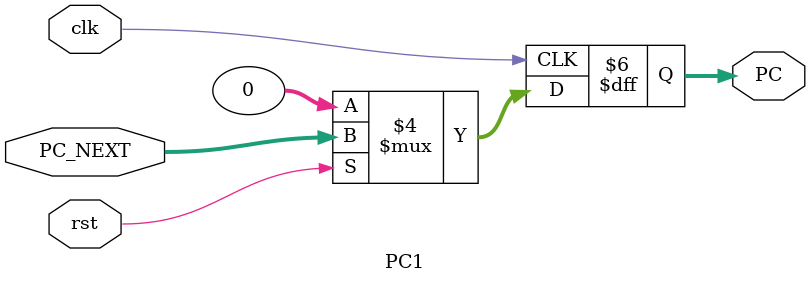
<source format=v>
`timescale 1ns / 1ps


module PC1(clk,PC,PC_NEXT,rst);

input clk,rst;
input [31:0] PC_NEXT;
output [31:0]PC;
reg [31:0]PC;



always@(posedge clk)
    begin
        if(~rst)
            begin
                PC<={32{1'b0}};
            end
        else
            begin
                PC<=PC_NEXT;
            end
            
      end
       
endmodule

</source>
